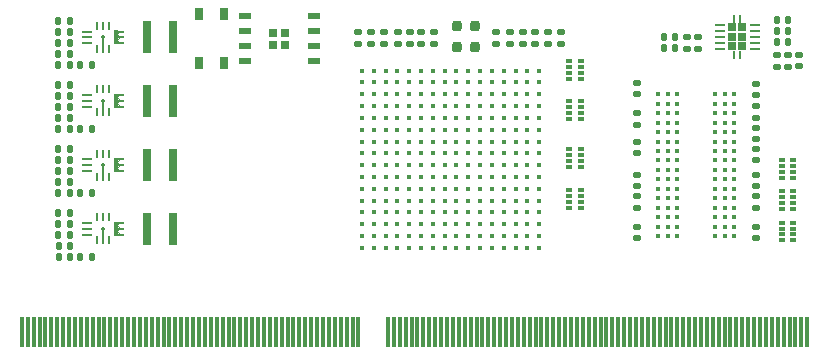
<source format=gbr>
%TF.GenerationSoftware,KiCad,Pcbnew,(6.0.4)*%
%TF.CreationDate,2022-07-06T17:02:12+08:00*%
%TF.ProjectId,XC6SLX25(FTG256)_Min,58433653-4c58-4323-9528-465447323536,rev?*%
%TF.SameCoordinates,Original*%
%TF.FileFunction,Paste,Top*%
%TF.FilePolarity,Positive*%
%FSLAX46Y46*%
G04 Gerber Fmt 4.6, Leading zero omitted, Abs format (unit mm)*
G04 Created by KiCad (PCBNEW (6.0.4)) date 2022-07-06 17:02:12*
%MOMM*%
%LPD*%
G01*
G04 APERTURE LIST*
G04 Aperture macros list*
%AMRoundRect*
0 Rectangle with rounded corners*
0 $1 Rounding radius*
0 $2 $3 $4 $5 $6 $7 $8 $9 X,Y pos of 4 corners*
0 Add a 4 corners polygon primitive as box body*
4,1,4,$2,$3,$4,$5,$6,$7,$8,$9,$2,$3,0*
0 Add four circle primitives for the rounded corners*
1,1,$1+$1,$2,$3*
1,1,$1+$1,$4,$5*
1,1,$1+$1,$6,$7*
1,1,$1+$1,$8,$9*
0 Add four rect primitives between the rounded corners*
20,1,$1+$1,$2,$3,$4,$5,0*
20,1,$1+$1,$4,$5,$6,$7,0*
20,1,$1+$1,$6,$7,$8,$9,0*
20,1,$1+$1,$8,$9,$2,$3,0*%
%AMOutline4P*
0 Free polygon, 4 corners , with rotation*
0 The origin of the aperture is its center*
0 number of corners: always 4*
0 $1 to $8 corner X, Y*
0 $9 Rotation angle, in degrees counterclockwise*
0 create outline with 4 corners*
4,1,4,$1,$2,$3,$4,$5,$6,$7,$8,$1,$2,$9*%
G04 Aperture macros list end*
%ADD10RoundRect,0.135000X0.135000X0.185000X-0.135000X0.185000X-0.135000X-0.185000X0.135000X-0.185000X0*%
%ADD11R,0.800000X2.700000*%
%ADD12RoundRect,0.135000X0.185000X-0.135000X0.185000X0.135000X-0.185000X0.135000X-0.185000X-0.135000X0*%
%ADD13RoundRect,0.140000X-0.140000X-0.170000X0.140000X-0.170000X0.140000X0.170000X-0.140000X0.170000X0*%
%ADD14RoundRect,0.135000X-0.185000X0.135000X-0.185000X-0.135000X0.185000X-0.135000X0.185000X0.135000X0*%
%ADD15RoundRect,0.140000X0.170000X-0.140000X0.170000X0.140000X-0.170000X0.140000X-0.170000X-0.140000X0*%
%ADD16RoundRect,0.135000X-0.135000X-0.185000X0.135000X-0.185000X0.135000X0.185000X-0.135000X0.185000X0*%
%ADD17R,0.500000X0.320000*%
%ADD18RoundRect,0.140000X0.140000X0.170000X-0.140000X0.170000X-0.140000X-0.170000X0.140000X-0.170000X0*%
%ADD19O,0.250000X0.750000*%
%ADD20O,0.900000X0.250000*%
%ADD21O,0.300000X0.500000*%
%ADD22Outline4P,-0.050000X-0.150000X0.050000X-0.150000X0.050000X0.150000X-0.050000X0.150000X225.000000*%
%ADD23Outline4P,-0.050000X-0.150000X0.050000X-0.150000X0.050000X0.150000X-0.050000X0.150000X135.000000*%
%ADD24RoundRect,0.100000X-0.100000X0.525000X-0.100000X-0.525000X0.100000X-0.525000X0.100000X0.525000X0*%
%ADD25Outline4P,-0.050000X-0.150000X0.050000X-0.150000X0.050000X0.150000X-0.050000X0.150000X45.000000*%
%ADD26R,0.650000X1.050000*%
%ADD27C,0.380000*%
%ADD28RoundRect,0.147500X-0.147500X-0.172500X0.147500X-0.172500X0.147500X0.172500X-0.147500X0.172500X0*%
%ADD29RoundRect,0.140000X-0.170000X0.140000X-0.170000X-0.140000X0.170000X-0.140000X0.170000X0.140000X0*%
%ADD30RoundRect,0.200000X-0.200000X-0.250000X0.200000X-0.250000X0.200000X0.250000X-0.200000X0.250000X0*%
%ADD31RoundRect,0.147500X0.172500X-0.147500X0.172500X0.147500X-0.172500X0.147500X-0.172500X-0.147500X0*%
%ADD32R,0.800000X0.800000*%
%ADD33R,1.100000X0.500000*%
%ADD34C,0.400000*%
%ADD35R,0.640000X0.640000*%
%ADD36R,0.850000X0.280000*%
%ADD37R,0.280000X0.700000*%
%ADD38R,0.350000X2.500000*%
G04 APERTURE END LIST*
D10*
%TO.C,R29*%
X111489051Y-97769999D03*
X110469051Y-97769999D03*
%TD*%
D11*
%TO.C,L1*%
X117980002Y-87356667D03*
X120180002Y-87356667D03*
%TD*%
D12*
%TO.C,R38*%
X149775000Y-82555000D03*
X149775000Y-81535000D03*
%TD*%
D13*
%TO.C,C38*%
X171295000Y-80529999D03*
X172255000Y-80529999D03*
%TD*%
D14*
%TO.C,R5*%
X148675001Y-81535000D03*
X148675001Y-82555000D03*
%TD*%
D15*
%TO.C,C52*%
X169555000Y-88775000D03*
X169555000Y-87815000D03*
%TD*%
D12*
%TO.C,R20*%
X164650001Y-82940000D03*
X164650001Y-81920000D03*
%TD*%
D13*
%TO.C,C44*%
X161745000Y-81940000D03*
X162705000Y-81940000D03*
%TD*%
D16*
%TO.C,R36*%
X110439054Y-80590000D03*
X111459054Y-80590000D03*
%TD*%
%TO.C,R27*%
X110469052Y-98709999D03*
X111489052Y-98709999D03*
%TD*%
D10*
%TO.C,R26*%
X113350947Y-100581731D03*
X112330947Y-100581731D03*
%TD*%
D17*
%TO.C,RN3*%
X172705401Y-99170452D03*
X172705401Y-98670452D03*
X172705401Y-98170452D03*
X172705401Y-97670452D03*
X171705401Y-97670452D03*
X171705401Y-98170452D03*
X171705401Y-98670452D03*
X171705401Y-99170452D03*
%TD*%
D10*
%TO.C,R22*%
X113320946Y-89736058D03*
X112300946Y-89736058D03*
%TD*%
D18*
%TO.C,C45*%
X162705000Y-82910000D03*
X161745000Y-82910000D03*
%TD*%
D19*
%TO.C,U5*%
X114780001Y-97205000D03*
X114280001Y-97205000D03*
X113780001Y-97205000D03*
D20*
X112930001Y-97680000D03*
X112930001Y-98180000D03*
X112930001Y-98680000D03*
D19*
X113780001Y-99155000D03*
X114280001Y-98510000D03*
X114280001Y-98750000D03*
D21*
X114280001Y-98180000D03*
D19*
X114280001Y-99155000D03*
X114780001Y-99155000D03*
D20*
X115630001Y-98680000D03*
D22*
X115590001Y-98050000D03*
D23*
X115590001Y-98310000D03*
X115590001Y-97810000D03*
D24*
X115380001Y-98180000D03*
D25*
X115600001Y-98560000D03*
D20*
X115630001Y-98180000D03*
X115630001Y-97680000D03*
%TD*%
D11*
%TO.C,L4*%
X117980002Y-81990000D03*
X120180002Y-81990000D03*
%TD*%
D17*
%TO.C,RN9*%
X153695001Y-87355000D03*
X153695001Y-87855000D03*
X153695001Y-88355000D03*
X153695001Y-88855000D03*
X154695001Y-88855000D03*
X154695001Y-88355000D03*
X154695001Y-87855000D03*
X154695001Y-87355000D03*
%TD*%
D10*
%TO.C,R30*%
X113320948Y-95170001D03*
X112300948Y-95170001D03*
%TD*%
D16*
%TO.C,R28*%
X110469051Y-96830001D03*
X111489051Y-96830001D03*
%TD*%
D26*
%TO.C,Btn1*%
X124490000Y-84185000D03*
X124490000Y-80035000D03*
X122340000Y-80035000D03*
X122340000Y-84160000D03*
%TD*%
D11*
%TO.C,L2*%
X117990002Y-98180000D03*
X120190002Y-98180000D03*
%TD*%
D27*
%TO.C,DDR3-1*%
X161275000Y-86805000D03*
X162075000Y-86805000D03*
X162875000Y-86805000D03*
X166075000Y-86805000D03*
X166875000Y-86805000D03*
X167675000Y-86805000D03*
X161275000Y-87605000D03*
X162075000Y-87605000D03*
X162875000Y-87605000D03*
X166075000Y-87605000D03*
X166875000Y-87605000D03*
X167675000Y-87605000D03*
X161275000Y-88405000D03*
X162075000Y-88405000D03*
X162875000Y-88405000D03*
X166075000Y-88405000D03*
X166875000Y-88405000D03*
X167675000Y-88405000D03*
X161275000Y-89205000D03*
X162075000Y-89205000D03*
X162875000Y-89205000D03*
X166075000Y-89205000D03*
X166875000Y-89205000D03*
X167675000Y-89205000D03*
X161275000Y-90005000D03*
X162075000Y-90005000D03*
X162875000Y-90005000D03*
X166075000Y-90005000D03*
X166875000Y-90005000D03*
X167675000Y-90005000D03*
X161275000Y-90805000D03*
X162075000Y-90805000D03*
X162875000Y-90805000D03*
X166075000Y-90805000D03*
X166875000Y-90805000D03*
X167675000Y-90805000D03*
X161275000Y-91605000D03*
X162075000Y-91605000D03*
X162875000Y-91605000D03*
X166075000Y-91605000D03*
X166875000Y-91605000D03*
X167675000Y-91605000D03*
X161275000Y-92405000D03*
X162075000Y-92405000D03*
X162875000Y-92405000D03*
X166075000Y-92405000D03*
X166875000Y-92405000D03*
X167675000Y-92405000D03*
X161275000Y-93205000D03*
X162075000Y-93205000D03*
X162875000Y-93205000D03*
X166075000Y-93205000D03*
X166875000Y-93205000D03*
X167675000Y-93205000D03*
X161275000Y-94005000D03*
X162075000Y-94005000D03*
X162875000Y-94005000D03*
X166075000Y-94005000D03*
X166875000Y-94005000D03*
X167675000Y-94005000D03*
X161275000Y-94805000D03*
X162075000Y-94805000D03*
X162875000Y-94805000D03*
X166075000Y-94805000D03*
X166875000Y-94805000D03*
X167675000Y-94805000D03*
X161275000Y-95605000D03*
X162075000Y-95605000D03*
X162875000Y-95605000D03*
X166075000Y-95605000D03*
X166875000Y-95605000D03*
X167675000Y-95605000D03*
X161275000Y-96405000D03*
X162075000Y-96405000D03*
X162875000Y-96405000D03*
X166075000Y-96405000D03*
X166875000Y-96405000D03*
X167675000Y-96405000D03*
X161275000Y-97205000D03*
X162075000Y-97205000D03*
X162875000Y-97205000D03*
X166075000Y-97205000D03*
X166875000Y-97205000D03*
X167675000Y-97205000D03*
X161275000Y-98005000D03*
X162075000Y-98005000D03*
X162875000Y-98005000D03*
X166075000Y-98005000D03*
X166875000Y-98005000D03*
X167675000Y-98005000D03*
X161275000Y-98805000D03*
X162075000Y-98805000D03*
X162875000Y-98805000D03*
X166075000Y-98805000D03*
X166875000Y-98805000D03*
X167675000Y-98805000D03*
%TD*%
D28*
%TO.C,D4*%
X110461553Y-84340000D03*
X111431553Y-84340000D03*
%TD*%
D17*
%TO.C,RN1*%
X172705401Y-93856362D03*
X172705401Y-93356362D03*
X172705401Y-92856362D03*
X172705401Y-92356362D03*
X171705401Y-92356362D03*
X171705401Y-92856362D03*
X171705401Y-93356362D03*
X171705401Y-93856362D03*
%TD*%
D13*
%TO.C,C40*%
X171295000Y-82360000D03*
X172255000Y-82360000D03*
%TD*%
D19*
%TO.C,U6*%
X114780000Y-91838334D03*
X114280000Y-91838334D03*
X113780000Y-91838334D03*
D20*
X112930000Y-92313334D03*
X112930000Y-92813334D03*
X112930000Y-93313334D03*
D19*
X113780000Y-93788334D03*
X114280000Y-93788334D03*
X114280000Y-93383334D03*
X114280000Y-93143334D03*
D21*
X114280000Y-92813334D03*
D19*
X114780000Y-93788334D03*
D25*
X115600000Y-93193334D03*
D22*
X115590000Y-92683334D03*
D23*
X115590000Y-92943334D03*
D20*
X115630000Y-93313334D03*
D23*
X115590000Y-92443334D03*
D24*
X115380000Y-92813334D03*
D20*
X115630000Y-92813334D03*
X115630000Y-92313334D03*
%TD*%
D29*
%TO.C,C26*%
X152986927Y-81565000D03*
X152986927Y-82525000D03*
%TD*%
D16*
%TO.C,R31*%
X110449052Y-93310000D03*
X111469052Y-93310000D03*
%TD*%
D15*
%TO.C,C47*%
X159445000Y-96415000D03*
X159445000Y-95455000D03*
%TD*%
D14*
%TO.C,R21*%
X163670000Y-81920000D03*
X163670000Y-82940000D03*
%TD*%
D30*
%TO.C,X1*%
X144260000Y-80980001D03*
X144260000Y-82830001D03*
X145710000Y-82830001D03*
X145710000Y-80980001D03*
%TD*%
D16*
%TO.C,R32*%
X110449053Y-91430000D03*
X111469053Y-91430000D03*
%TD*%
D31*
%TO.C,LED2*%
X150865000Y-82525000D03*
X150865000Y-81555000D03*
%TD*%
D29*
%TO.C,C48*%
X159445000Y-93605000D03*
X159445000Y-94565000D03*
%TD*%
D18*
%TO.C,C75*%
X111439053Y-94237782D03*
X110479053Y-94237782D03*
%TD*%
D16*
%TO.C,R23*%
X110439052Y-87870000D03*
X111459052Y-87870000D03*
%TD*%
D13*
%TO.C,C39*%
X171295000Y-81449998D03*
X172255000Y-81449998D03*
%TD*%
D10*
%TO.C,R37*%
X111459052Y-81534147D03*
X110439052Y-81534147D03*
%TD*%
D12*
%TO.C,R4*%
X140205000Y-82545000D03*
X140205000Y-81525000D03*
%TD*%
%TO.C,R18*%
X171275000Y-84470000D03*
X171275000Y-83450000D03*
%TD*%
D15*
%TO.C,C51*%
X159445000Y-86795000D03*
X159445000Y-85835000D03*
%TD*%
D10*
%TO.C,R25*%
X111459051Y-86930001D03*
X110439051Y-86930001D03*
%TD*%
D17*
%TO.C,RN8*%
X153695001Y-94935000D03*
X153695001Y-95435000D03*
X153695001Y-95935000D03*
X153695001Y-96435000D03*
X154695001Y-96435000D03*
X154695001Y-95935000D03*
X154695001Y-95435000D03*
X154695001Y-94935000D03*
%TD*%
%TO.C,RN2*%
X172705401Y-96513407D03*
X172705401Y-96013407D03*
X172705401Y-95513407D03*
X172705401Y-95013407D03*
X171705401Y-95013407D03*
X171705401Y-95513407D03*
X171705401Y-96013407D03*
X171705401Y-96513407D03*
%TD*%
D31*
%TO.C,LED1*%
X136955001Y-82520000D03*
X136955001Y-81550000D03*
%TD*%
D18*
%TO.C,C68*%
X111459054Y-99644530D03*
X110499054Y-99644530D03*
%TD*%
D29*
%TO.C,C42*%
X173135000Y-83480000D03*
X173135000Y-84440000D03*
%TD*%
%TO.C,C35*%
X169555000Y-93605000D03*
X169555000Y-94565000D03*
%TD*%
%TO.C,C49*%
X159445000Y-90815000D03*
X159445000Y-91775000D03*
%TD*%
D19*
%TO.C,U4*%
X114770000Y-86381667D03*
X114270000Y-86381667D03*
X113770000Y-86381667D03*
D20*
X112920000Y-86856667D03*
X112920000Y-87356667D03*
X112920000Y-87856667D03*
D19*
X113770000Y-88331667D03*
X114270000Y-88331667D03*
X114270000Y-87686667D03*
X114270000Y-87926667D03*
D21*
X114270000Y-87356667D03*
D19*
X114770000Y-88331667D03*
D25*
X115590000Y-87736667D03*
D20*
X115620000Y-87856667D03*
D22*
X115580000Y-87226667D03*
D23*
X115580000Y-86986667D03*
D24*
X115370000Y-87356667D03*
D23*
X115580000Y-87486667D03*
D20*
X115620000Y-87356667D03*
X115620000Y-86856667D03*
%TD*%
D29*
%TO.C,C56*%
X169555000Y-98005000D03*
X169555000Y-98965000D03*
%TD*%
D17*
%TO.C,RN10*%
X153695001Y-83995000D03*
X153695001Y-84495000D03*
X153695001Y-84995000D03*
X153695001Y-85495000D03*
X154695001Y-85495000D03*
X154695001Y-84995000D03*
X154695001Y-84495000D03*
X154695001Y-83995000D03*
%TD*%
D15*
%TO.C,C54*%
X169555000Y-92405000D03*
X169555000Y-91445000D03*
%TD*%
D14*
%TO.C,R7*%
X151885000Y-81535000D03*
X151885000Y-82555000D03*
%TD*%
D18*
%TO.C,C82*%
X111429052Y-83410000D03*
X110469052Y-83410000D03*
%TD*%
D15*
%TO.C,C57*%
X169555000Y-86895000D03*
X169555000Y-85935000D03*
%TD*%
D28*
%TO.C,D2*%
X110491552Y-100579999D03*
X111461552Y-100579999D03*
%TD*%
D12*
%TO.C,R8*%
X135860000Y-82545000D03*
X135860000Y-81525000D03*
%TD*%
%TO.C,R9*%
X142300000Y-82545000D03*
X142300000Y-81525000D03*
%TD*%
%TO.C,R39*%
X138077364Y-82545000D03*
X138077364Y-81525000D03*
%TD*%
D32*
%TO.C,U2*%
X129675000Y-81610000D03*
X128675000Y-81610000D03*
X129675000Y-82610000D03*
X128675000Y-82610000D03*
D33*
X126275000Y-80205000D03*
X126275000Y-81475000D03*
X126275000Y-82745000D03*
X126275000Y-84015000D03*
X132075000Y-84015000D03*
X132075000Y-82745000D03*
X132075000Y-81475000D03*
X132075000Y-80205000D03*
%TD*%
D29*
%TO.C,C53*%
X169555000Y-89665000D03*
X169555000Y-90625000D03*
%TD*%
D10*
%TO.C,R34*%
X113320948Y-84340001D03*
X112300948Y-84340001D03*
%TD*%
D28*
%TO.C,D1*%
X110461552Y-89732924D03*
X111431552Y-89732924D03*
%TD*%
D19*
%TO.C,U7*%
X114770000Y-81015000D03*
X114270000Y-81015000D03*
X113770000Y-81015000D03*
D20*
X112920000Y-81490000D03*
X112920000Y-81990000D03*
X112920000Y-82490000D03*
D19*
X113770000Y-82965000D03*
X114270000Y-82320000D03*
D21*
X114270000Y-81990000D03*
D19*
X114270000Y-82560000D03*
X114270000Y-82965000D03*
X114770000Y-82965000D03*
D23*
X115580000Y-82120000D03*
D20*
X115620000Y-82490000D03*
D24*
X115370000Y-81990000D03*
D23*
X115580000Y-81620000D03*
D22*
X115580000Y-81860000D03*
D25*
X115590000Y-82370000D03*
D20*
X115620000Y-81990000D03*
X115620000Y-81490000D03*
%TD*%
D16*
%TO.C,R24*%
X110439052Y-85990000D03*
X111459052Y-85990000D03*
%TD*%
D12*
%TO.C,R3*%
X141172501Y-82545000D03*
X141172501Y-81525000D03*
%TD*%
D16*
%TO.C,R35*%
X110439053Y-82479999D03*
X111459053Y-82479999D03*
%TD*%
D28*
%TO.C,D3*%
X110471552Y-95170000D03*
X111441552Y-95170000D03*
%TD*%
D18*
%TO.C,C61*%
X111429053Y-88800000D03*
X110469053Y-88800000D03*
%TD*%
D17*
%TO.C,RN7*%
X153695001Y-91425000D03*
X153695001Y-91925000D03*
X153695001Y-92425000D03*
X153695001Y-92925000D03*
X154695001Y-92925000D03*
X154695001Y-92425000D03*
X154695001Y-91925000D03*
X154695001Y-91425000D03*
%TD*%
D14*
%TO.C,R6*%
X139197500Y-81525000D03*
X139197500Y-82545000D03*
%TD*%
D29*
%TO.C,C50*%
X159445000Y-88405000D03*
X159445000Y-89365000D03*
%TD*%
D11*
%TO.C,L3*%
X117990002Y-92813334D03*
X120190002Y-92813334D03*
%TD*%
D29*
%TO.C,C46*%
X159445000Y-98015000D03*
X159445000Y-98975000D03*
%TD*%
D34*
%TO.C,U1*%
X151175000Y-99805000D03*
X150175000Y-99805000D03*
X149175000Y-99805000D03*
X148175000Y-99805000D03*
X147175000Y-99805000D03*
X146175000Y-99805000D03*
X145175000Y-99805000D03*
X144175000Y-99805000D03*
X143175000Y-99805000D03*
X142175000Y-99805000D03*
X141175000Y-99805000D03*
X140175000Y-99805000D03*
X139175000Y-99805000D03*
X138175000Y-99805000D03*
X137175000Y-99805000D03*
X136175000Y-99805000D03*
X151175000Y-98805000D03*
X150175000Y-98805000D03*
X149175000Y-98805000D03*
X148175000Y-98805000D03*
X147175000Y-98805000D03*
X146175000Y-98805000D03*
X145175000Y-98805000D03*
X144175000Y-98805000D03*
X143175000Y-98805000D03*
X142175000Y-98805000D03*
X141175000Y-98805000D03*
X140175000Y-98805000D03*
X139175000Y-98805000D03*
X138175000Y-98805000D03*
X137175000Y-98805000D03*
X136175000Y-98805000D03*
X151175000Y-97805000D03*
X150175000Y-97805000D03*
X149175000Y-97805000D03*
X148175000Y-97805000D03*
X147175000Y-97805000D03*
X146175000Y-97805000D03*
X145175000Y-97805000D03*
X144175000Y-97805000D03*
X143175000Y-97805000D03*
X142175000Y-97805000D03*
X141175000Y-97805000D03*
X140175000Y-97805000D03*
X139175000Y-97805000D03*
X138175000Y-97805000D03*
X137175000Y-97805000D03*
X136175000Y-97805000D03*
X151175000Y-96805000D03*
X150175000Y-96805000D03*
X149175000Y-96805000D03*
X148175000Y-96805000D03*
X147175000Y-96805000D03*
X146175000Y-96805000D03*
X145175000Y-96805000D03*
X144175000Y-96805000D03*
X143175000Y-96805000D03*
X142175000Y-96805000D03*
X141175000Y-96805000D03*
X140175000Y-96805000D03*
X139175000Y-96805000D03*
X138175000Y-96805000D03*
X137175000Y-96805000D03*
X136175000Y-96805000D03*
X151175000Y-95805000D03*
X150175000Y-95805000D03*
X149175000Y-95805000D03*
X148175000Y-95805000D03*
X147175000Y-95805000D03*
X146175000Y-95805000D03*
X145175000Y-95805000D03*
X144175000Y-95805000D03*
X143175000Y-95805000D03*
X142175000Y-95805000D03*
X141175000Y-95805000D03*
X140175000Y-95805000D03*
X139175000Y-95805000D03*
X138175000Y-95805000D03*
X137175000Y-95805000D03*
X136175000Y-95805000D03*
X151175000Y-94805000D03*
X150175000Y-94805000D03*
X149175000Y-94805000D03*
X148175000Y-94805000D03*
X147175000Y-94805000D03*
X146175000Y-94805000D03*
X145175000Y-94805000D03*
X144175000Y-94805000D03*
X143175000Y-94805000D03*
X142175000Y-94805000D03*
X141175000Y-94805000D03*
X140175000Y-94805000D03*
X139175000Y-94805000D03*
X138175000Y-94805000D03*
X137175000Y-94805000D03*
X136175000Y-94805000D03*
X151175000Y-93805000D03*
X150175000Y-93805000D03*
X149175000Y-93805000D03*
X148175000Y-93805000D03*
X147175000Y-93805000D03*
X146175000Y-93805000D03*
X145175000Y-93805000D03*
X144175000Y-93805000D03*
X143175000Y-93805000D03*
X142175000Y-93805000D03*
X141175000Y-93805000D03*
X140175000Y-93805000D03*
X139175000Y-93805000D03*
X138175000Y-93805000D03*
X137175000Y-93805000D03*
X136175000Y-93805000D03*
X151175000Y-92805000D03*
X150175000Y-92805000D03*
X149175000Y-92805000D03*
X148175000Y-92805000D03*
X147175000Y-92805000D03*
X146175000Y-92805000D03*
X145175000Y-92805000D03*
X144175000Y-92805000D03*
X143175000Y-92805000D03*
X142175000Y-92805000D03*
X141175000Y-92805000D03*
X140175000Y-92805000D03*
X139175000Y-92805000D03*
X138175000Y-92805000D03*
X137175000Y-92805000D03*
X136175000Y-92805000D03*
X151175000Y-91805000D03*
X150175000Y-91805000D03*
X149175000Y-91805000D03*
X148175000Y-91805000D03*
X147175000Y-91805000D03*
X146175000Y-91805000D03*
X145175000Y-91805000D03*
X144175000Y-91805000D03*
X143175000Y-91805000D03*
X142175000Y-91805000D03*
X141175000Y-91805000D03*
X140175000Y-91805000D03*
X139175000Y-91805000D03*
X138175000Y-91805000D03*
X137175000Y-91805000D03*
X136175000Y-91805000D03*
X151175000Y-90805000D03*
X150175000Y-90805000D03*
X149175000Y-90805000D03*
X148175000Y-90805000D03*
X147175000Y-90805000D03*
X146175000Y-90805000D03*
X145175000Y-90805000D03*
X144175000Y-90805000D03*
X143175000Y-90805000D03*
X142175000Y-90805000D03*
X141175000Y-90805000D03*
X140175000Y-90805000D03*
X139175000Y-90805000D03*
X138175000Y-90805000D03*
X137175000Y-90805000D03*
X136175000Y-90805000D03*
X151175000Y-89805000D03*
X150175000Y-89805000D03*
X149175000Y-89805000D03*
X148175000Y-89805000D03*
X147175000Y-89805000D03*
X146175000Y-89805000D03*
X145175000Y-89805000D03*
X144175000Y-89805000D03*
X143175000Y-89805000D03*
X142175000Y-89805000D03*
X141175000Y-89805000D03*
X140175000Y-89805000D03*
X139175000Y-89805000D03*
X138175000Y-89805000D03*
X137175000Y-89805000D03*
X136175000Y-89805000D03*
X151175000Y-88805000D03*
X150175000Y-88805000D03*
X149175000Y-88805000D03*
X148175000Y-88805000D03*
X147175000Y-88805000D03*
X146175000Y-88805000D03*
X145175000Y-88805000D03*
X144175000Y-88805000D03*
X143175000Y-88805000D03*
X142175000Y-88805000D03*
X141175000Y-88805000D03*
X140175000Y-88805000D03*
X139175000Y-88805000D03*
X138175000Y-88805000D03*
X137175000Y-88805000D03*
X136175000Y-88805000D03*
X151175000Y-87805000D03*
X150175000Y-87805000D03*
X149175000Y-87805000D03*
X148175000Y-87805000D03*
X147175000Y-87805000D03*
X146175000Y-87805000D03*
X145175000Y-87805000D03*
X144175000Y-87805000D03*
X143175000Y-87805000D03*
X142175000Y-87805000D03*
X141175000Y-87805000D03*
X140175000Y-87805000D03*
X139175000Y-87805000D03*
X138175000Y-87805000D03*
X137175000Y-87805000D03*
X136175000Y-87805000D03*
X151175000Y-86805000D03*
X150175000Y-86805000D03*
X149175000Y-86805000D03*
X148175000Y-86805000D03*
X147175000Y-86805000D03*
X146175000Y-86805000D03*
X145175000Y-86805000D03*
X144175000Y-86805000D03*
X143175000Y-86805000D03*
X142175000Y-86805000D03*
X141175000Y-86805000D03*
X140175000Y-86805000D03*
X139175000Y-86805000D03*
X138175000Y-86805000D03*
X137175000Y-86805000D03*
X136175000Y-86805000D03*
X151175000Y-85805000D03*
X150175000Y-85805000D03*
X149175000Y-85805000D03*
X148175000Y-85805000D03*
X147175000Y-85805000D03*
X146175000Y-85805000D03*
X145175000Y-85805000D03*
X144175000Y-85805000D03*
X143175000Y-85805000D03*
X142175000Y-85805000D03*
X141175000Y-85805000D03*
X140175000Y-85805000D03*
X139175000Y-85805000D03*
X138175000Y-85805000D03*
X137175000Y-85805000D03*
X136175000Y-85805000D03*
X151175000Y-84805000D03*
X150175000Y-84805000D03*
X149175000Y-84805000D03*
X148175000Y-84805000D03*
X147175000Y-84805000D03*
X146175000Y-84805000D03*
X145175000Y-84805000D03*
X144175000Y-84805000D03*
X143175000Y-84805000D03*
X142175000Y-84805000D03*
X141175000Y-84805000D03*
X140175000Y-84805000D03*
X139175000Y-84805000D03*
X138175000Y-84805000D03*
X137175000Y-84805000D03*
X136175000Y-84805000D03*
%TD*%
D15*
%TO.C,C55*%
X169555000Y-96405000D03*
X169555000Y-95445000D03*
%TD*%
D10*
%TO.C,R33*%
X111469052Y-92370000D03*
X110449052Y-92370000D03*
%TD*%
D35*
%TO.C,U3*%
X168347500Y-81940000D03*
X168347500Y-81140000D03*
X167522500Y-81140000D03*
X168347500Y-82740000D03*
X167522500Y-81940000D03*
X167522500Y-82740000D03*
D36*
X169410000Y-82940000D03*
X169410000Y-82440000D03*
X169410000Y-81940000D03*
X169410000Y-81440000D03*
X169410000Y-80940000D03*
X166460000Y-80940000D03*
X166460000Y-81440000D03*
X166460000Y-81940000D03*
X166460000Y-82440000D03*
X166460000Y-82940000D03*
D37*
X167685000Y-83490000D03*
X167685000Y-80390000D03*
X168185000Y-83490000D03*
X168185000Y-80390000D03*
%TD*%
D14*
%TO.C,R19*%
X172210000Y-83450000D03*
X172210000Y-84470000D03*
%TD*%
D12*
%TO.C,R2*%
X147545000Y-82555000D03*
X147545000Y-81535000D03*
%TD*%
D38*
%TO.C,J1*%
X173875000Y-106910000D03*
X173375000Y-106910000D03*
X172875000Y-106910000D03*
X172375000Y-106910000D03*
X171875000Y-106910000D03*
X171375000Y-106910000D03*
X170875000Y-106910000D03*
X170375000Y-106910000D03*
X169875000Y-106910000D03*
X169375000Y-106910000D03*
X168875000Y-106910000D03*
X168375000Y-106910000D03*
X167875000Y-106910000D03*
X167375000Y-106910000D03*
X166875000Y-106910000D03*
X166375000Y-106910000D03*
X165875000Y-106910000D03*
X165375000Y-106910000D03*
X164875000Y-106910000D03*
X164375000Y-106910000D03*
X163875000Y-106910000D03*
X163375000Y-106910000D03*
X162875000Y-106910000D03*
X162375000Y-106910000D03*
X161875000Y-106910000D03*
X161375000Y-106910000D03*
X160875000Y-106910000D03*
X160375000Y-106910000D03*
X159875000Y-106910000D03*
X159375000Y-106910000D03*
X158875000Y-106910000D03*
X158375000Y-106910000D03*
X157875000Y-106910000D03*
X157375000Y-106910000D03*
X156875000Y-106910000D03*
X156375000Y-106910000D03*
X155875000Y-106910000D03*
X155375000Y-106910000D03*
X154875000Y-106910000D03*
X154375000Y-106910000D03*
X153875000Y-106910000D03*
X153375000Y-106910000D03*
X152875000Y-106910000D03*
X152375000Y-106910000D03*
X151875000Y-106910000D03*
X151375000Y-106910000D03*
X150875000Y-106910000D03*
X150375000Y-106910000D03*
X149875000Y-106910000D03*
X149375000Y-106910000D03*
X148875000Y-106910000D03*
X148375000Y-106910000D03*
X147875000Y-106910000D03*
X147375000Y-106910000D03*
X146875000Y-106910000D03*
X146375000Y-106910000D03*
X145875000Y-106910000D03*
X145375000Y-106910000D03*
X144875000Y-106910000D03*
X144375000Y-106910000D03*
X143875000Y-106910000D03*
X143375000Y-106910000D03*
X142875000Y-106910000D03*
X142375000Y-106910000D03*
X141875000Y-106910000D03*
X141375000Y-106910000D03*
X140875000Y-106910000D03*
X140375000Y-106910000D03*
X139875000Y-106910000D03*
X139375000Y-106910000D03*
X138875000Y-106910000D03*
X138375000Y-106910000D03*
X135875000Y-106910000D03*
X135375000Y-106910000D03*
X134875000Y-106910000D03*
X134375000Y-106910000D03*
X133875000Y-106910000D03*
X133375000Y-106910000D03*
X132875000Y-106910000D03*
X132375000Y-106910000D03*
X131875000Y-106910000D03*
X131375000Y-106910000D03*
X130875000Y-106910000D03*
X130375000Y-106910000D03*
X129875000Y-106910000D03*
X129375000Y-106910000D03*
X128875000Y-106910000D03*
X128375000Y-106910000D03*
X127875000Y-106910000D03*
X127375000Y-106910000D03*
X126875000Y-106910000D03*
X126375000Y-106910000D03*
X125875000Y-106910000D03*
X125375000Y-106910000D03*
X124875000Y-106910000D03*
X124375000Y-106910000D03*
X123875000Y-106910000D03*
X123375000Y-106910000D03*
X122875000Y-106910000D03*
X122375000Y-106910000D03*
X121875000Y-106910000D03*
X121375000Y-106910000D03*
X120875000Y-106910000D03*
X120375000Y-106910000D03*
X119875000Y-106910000D03*
X119375000Y-106910000D03*
X118875000Y-106910000D03*
X118375000Y-106910000D03*
X117875000Y-106910000D03*
X117375000Y-106910000D03*
X116875000Y-106910000D03*
X116375000Y-106910000D03*
X115875000Y-106910000D03*
X115375000Y-106910000D03*
X114875000Y-106910000D03*
X114375000Y-106910000D03*
X113875000Y-106910000D03*
X113375000Y-106910000D03*
X112875000Y-106910000D03*
X112375000Y-106910000D03*
X111875000Y-106910000D03*
X111375000Y-106910000D03*
X110875000Y-106910000D03*
X110375000Y-106910000D03*
X109875000Y-106910000D03*
X109375000Y-106910000D03*
X108875000Y-106910000D03*
X108375000Y-106910000D03*
X107875000Y-106910000D03*
X107375000Y-106910000D03*
%TD*%
M02*

</source>
